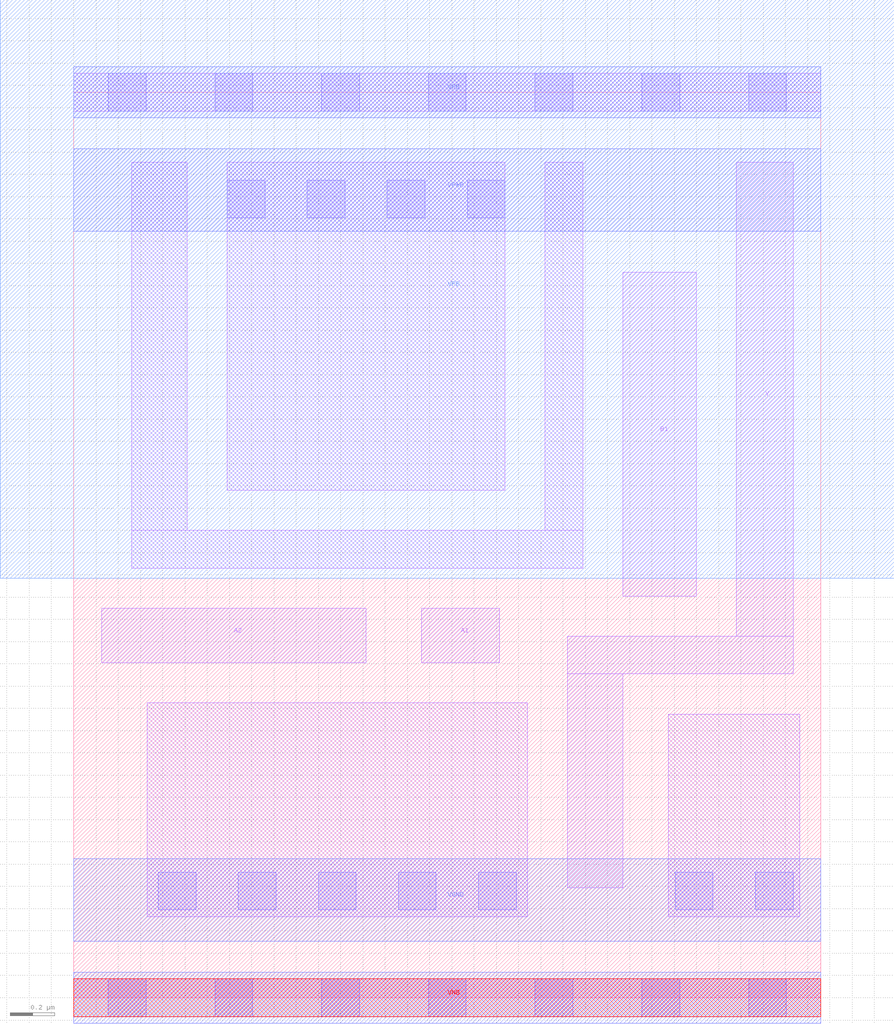
<source format=lef>
# Copyright 2020 The SkyWater PDK Authors
#
# Licensed under the Apache License, Version 2.0 (the "License");
# you may not use this file except in compliance with the License.
# You may obtain a copy of the License at
#
#     https://www.apache.org/licenses/LICENSE-2.0
#
# Unless required by applicable law or agreed to in writing, software
# distributed under the License is distributed on an "AS IS" BASIS,
# WITHOUT WARRANTIES OR CONDITIONS OF ANY KIND, either express or implied.
# See the License for the specific language governing permissions and
# limitations under the License.
#
# SPDX-License-Identifier: Apache-2.0

VERSION 5.7 ;
  NOWIREEXTENSIONATPIN ON ;
  DIVIDERCHAR "/" ;
  BUSBITCHARS "[]" ;
MACRO sky130_fd_sc_hvl__a21oi_1
  CLASS CORE ;
  FOREIGN sky130_fd_sc_hvl__a21oi_1 ;
  ORIGIN  0.000000  0.000000 ;
  SIZE  3.360000 BY  4.070000 ;
  SYMMETRY X Y ;
  SITE unithv ;
  PIN A1
    ANTENNAGATEAREA  1.125000 ;
    DIRECTION INPUT ;
    USE SIGNAL ;
    PORT
      LAYER li1 ;
        RECT 1.565000 1.505000 1.915000 1.750000 ;
    END
  END A1
  PIN A2
    ANTENNAGATEAREA  1.125000 ;
    DIRECTION INPUT ;
    USE SIGNAL ;
    PORT
      LAYER li1 ;
        RECT 0.125000 1.505000 1.315000 1.750000 ;
    END
  END A2
  PIN B1
    ANTENNAGATEAREA  1.125000 ;
    DIRECTION INPUT ;
    USE SIGNAL ;
    PORT
      LAYER li1 ;
        RECT 2.470000 1.805000 2.800000 3.260000 ;
    END
  END B1
  PIN Y
    ANTENNADIFFAREA  0.832500 ;
    DIRECTION OUTPUT ;
    USE SIGNAL ;
    PORT
      LAYER li1 ;
        RECT 2.220000 0.495000 2.470000 1.455000 ;
        RECT 2.220000 1.455000 3.235000 1.625000 ;
        RECT 2.980000 1.625000 3.235000 3.755000 ;
    END
  END Y
  PIN VGND
    DIRECTION INOUT ;
    USE GROUND ;
    PORT
      LAYER met1 ;
        RECT 0.000000 0.255000 3.360000 0.625000 ;
    END
  END VGND
  PIN VNB
    DIRECTION INOUT ;
    USE GROUND ;
    PORT
      LAYER met1 ;
        RECT 0.000000 -0.115000 3.360000 0.115000 ;
      LAYER pwell ;
        RECT 0.000000 -0.085000 3.360000 0.085000 ;
    END
  END VNB
  PIN VPB
    DIRECTION INOUT ;
    USE POWER ;
    PORT
      LAYER met1 ;
        RECT 0.000000 3.955000 3.360000 4.185000 ;
      LAYER nwell ;
        RECT -0.330000 1.885000 3.690000 4.485000 ;
    END
  END VPB
  PIN VPWR
    DIRECTION INOUT ;
    USE POWER ;
    PORT
      LAYER met1 ;
        RECT 0.000000 3.445000 3.360000 3.815000 ;
    END
  END VPWR
  OBS
    LAYER li1 ;
      RECT 0.000000 -0.085000 3.360000 0.085000 ;
      RECT 0.000000  3.985000 3.360000 4.155000 ;
      RECT 0.260000  1.930000 2.290000 2.100000 ;
      RECT 0.260000  2.100000 0.510000 3.755000 ;
      RECT 0.330000  0.365000 2.040000 1.325000 ;
      RECT 0.690000  2.280000 1.940000 3.755000 ;
      RECT 2.120000  2.100000 2.290000 3.755000 ;
      RECT 2.675000  0.365000 3.265000 1.275000 ;
    LAYER mcon ;
      RECT 0.155000 -0.085000 0.325000 0.085000 ;
      RECT 0.155000  3.985000 0.325000 4.155000 ;
      RECT 0.380000  0.395000 0.550000 0.565000 ;
      RECT 0.635000 -0.085000 0.805000 0.085000 ;
      RECT 0.635000  3.985000 0.805000 4.155000 ;
      RECT 0.690000  3.505000 0.860000 3.675000 ;
      RECT 0.740000  0.395000 0.910000 0.565000 ;
      RECT 1.050000  3.505000 1.220000 3.675000 ;
      RECT 1.100000  0.395000 1.270000 0.565000 ;
      RECT 1.115000 -0.085000 1.285000 0.085000 ;
      RECT 1.115000  3.985000 1.285000 4.155000 ;
      RECT 1.410000  3.505000 1.580000 3.675000 ;
      RECT 1.460000  0.395000 1.630000 0.565000 ;
      RECT 1.595000 -0.085000 1.765000 0.085000 ;
      RECT 1.595000  3.985000 1.765000 4.155000 ;
      RECT 1.770000  3.505000 1.940000 3.675000 ;
      RECT 1.820000  0.395000 1.990000 0.565000 ;
      RECT 2.075000 -0.085000 2.245000 0.085000 ;
      RECT 2.075000  3.985000 2.245000 4.155000 ;
      RECT 2.555000 -0.085000 2.725000 0.085000 ;
      RECT 2.555000  3.985000 2.725000 4.155000 ;
      RECT 2.705000  0.395000 2.875000 0.565000 ;
      RECT 3.035000 -0.085000 3.205000 0.085000 ;
      RECT 3.035000  3.985000 3.205000 4.155000 ;
      RECT 3.065000  0.395000 3.235000 0.565000 ;
  END
END sky130_fd_sc_hvl__a21oi_1
END LIBRARY

</source>
